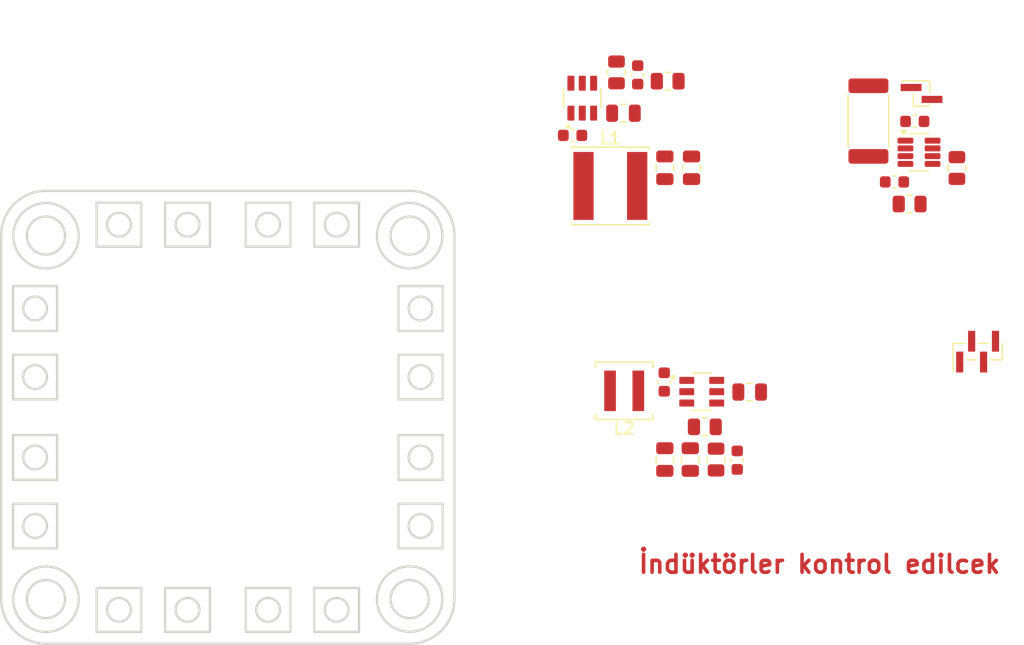
<source format=kicad_pcb>
(kicad_pcb (version 20240108) (generator "pcbnew") (generator_version "8.0")
  (layers (0 "F.Cu" signal) (31 "B.Cu" signal) (34 "B.Paste" user) (35 "F.Paste" user) (36 "B.SilkS" user "B.Silkscreen") (37 "F.SilkS" user "F.Silkscreen") (38 "B.Mask" user) (39 "F.Mask" user) (44 "Edge.Cuts" user))
  (net 0 "")
  (net 1 "GND")
  (net 2 "Net-(U1-VS)")
  (net 3 "3V3")
  (net 4 "7V")
  (net 5 "V_IN")
  (net 6 "Net-(U2-BOOT)")
  (net 7 "Net-(U2-SW)")
  (net 8 "Net-(U3-VBST)")
  (net 9 "Net-(U3-SW)")
  (net 10 "FB")
  (net 11 "+5V")
  (net 12 "I2C_SDA")
  (net 13 "I2C_SCL")
  (net 14 "Net-(U3-VFB)")
  (footprint "Capacitor_SMD:C_0805_2012Metric" (layer "F.Cu") (at 181.671 80.2386)
    (property "Reference" "C4" (hide yes))
    (property "Value" "22uF")
    (fp_line (start -0.261252 -0.735) (end 0.261252 -0.735) (stroke (width 0.12)) (layer "F.SilkS"))
    (fp_line (start -0.261252 0.735) (end 0.261252 0.735) (stroke (width 0.12)) (layer "F.SilkS"))
    (pad "1" smd roundrect (at -0.95 0) (size 1 1.45) (layers "F.Cu" "F.Paste" "F.Mask") (net 5 "V_IN"))
    (pad "2" smd roundrect (at 0.95 0) (size 1 1.45) (layers "F.Cu" "F.Paste" "F.Mask") (net 1 "GND"))
  )
  (footprint "Connector_PinHeader_1.00mm:PinHeader_1x02_P1.00mm_Vertical_SMD_Pin1Left" (layer "F.Cu") (at 206.6658 78.5796)
    (property "Reference" "J1" (hide yes))
    (property "Value" "Conn_01x02_Pin")
    (fp_line (start -0.695 -1.06) (end -1.69 -1.06) (stroke (width 0.12)) (layer "F.SilkS"))
    (fp_line (start -0.695 -1.06) (end -0.695 -1.06) (stroke (width 0.12)) (layer "F.SilkS"))
    (fp_line (start -0.695 -1.06) (end 0.695 -1.06) (stroke (width 0.12)) (layer "F.SilkS"))
    (fp_line (start -0.695 0.06) (end -0.695 1.06) (stroke (width 0.12)) (layer "F.SilkS"))
    (fp_line (start -0.695 1.06) (end 0.695 1.06) (stroke (width 0.12)) (layer "F.SilkS"))
    (fp_line (start 0.695 -1.06) (end 0.695 -0.06) (stroke (width 0.12)) (layer "F.SilkS"))
    (fp_line (start 0.695 1.06) (end 0.695 1.06) (stroke (width 0.12)) (layer "F.SilkS"))
    (pad "1" smd rect (at -0.875 -0.5) (size 1.75 0.6) (layers "F.Cu" "F.Paste" "F.Mask") (net 5 "V_IN"))
    (pad "2" smd rect (at 0.875 0.5) (size 1.75 0.6) (layers "F.Cu" "F.Paste" "F.Mask") (net 1 "GND"))
  )
  (footprint "Capacitor_SMD:C_0805_2012Metric" (layer "F.Cu") (at 187.3782 84.8167 90)
    (property "Reference" "C10" (hide yes))
    (property "Value" "47uF")
    (fp_line (start -0.261252 -0.735) (end 0.261252 -0.735) (stroke (width 0.12)) (layer "F.SilkS"))
    (fp_line (start -0.261252 0.735) (end 0.261252 0.735) (stroke (width 0.12)) (layer "F.SilkS"))
    (pad "1" smd roundrect (at -0.95 0 90) (size 1 1.45) (layers "F.Cu" "F.Paste" "F.Mask") (net 1 "GND"))
    (pad "2" smd roundrect (at 0.95 0 90) (size 1 1.45) (layers "F.Cu" "F.Paste" "F.Mask") (net 4 "7V"))
  )
  (footprint "Resistor_SMD:R_0805_2012Metric" (layer "F.Cu") (at 189.4332 109.2962 -90)
    (property "Reference" "R7" (hide yes))
    (property "Value" "10k")
    (fp_line (start -0.227064 0.735) (end 0.227064 0.735) (stroke (width 0.12)) (layer "F.SilkS"))
    (fp_line (start -0.227064 -0.735) (end 0.227064 -0.735) (stroke (width 0.12)) (layer "F.SilkS"))
    (pad "1" smd roundrect (at -0.9125 0 270) (size 1.025 1.4) (layers "F.Cu" "F.Paste" "F.Mask") (roundrect_rratio 0.243902) (net 14 "Net-(U3-VFB)"))
    (pad "2" smd roundrect (at 0.9125 0 270) (size 1.025 1.4) (layers "F.Cu" "F.Paste" "F.Mask") (roundrect_rratio 0.243902) (net 1 "GND"))
  )
  (footprint "Capacitor_SMD:C_0603_1608Metric" (layer "F.Cu") (at 206.0956 80.9244)
    (property "Reference" "C1" (hide yes))
    (property "Value" "0.1uF")
    (fp_line (start -0.14058 -0.51) (end 0.14058 -0.51) (stroke (width 0.12)) (layer "F.SilkS"))
    (fp_line (start -0.14058 0.51) (end 0.14058 0.51) (stroke (width 0.12)) (layer "F.SilkS"))
    (pad "1" smd roundrect (at -0.775 0) (size 0.9 0.95) (layers "F.Cu" "F.Paste" "F.Mask") (net 5 "V_IN"))
    (pad "2" smd roundrect (at 0.775 0) (size 0.9 0.95) (layers "F.Cu" "F.Paste" "F.Mask") (net 1 "GND"))
  )
  (footprint "Resistor_SMD:R_0805_2012Metric" (layer "F.Cu") (at 185.3794 77.5523 180)
    (property "Reference" "R8" (hide yes))
    (property "Value" "100k")
    (fp_line (start -0.227064 0.735) (end 0.227064 0.735) (stroke (width 0.12)) (layer "F.SilkS"))
    (fp_line (start -0.227064 -0.735) (end 0.227064 -0.735) (stroke (width 0.12)) (layer "F.SilkS"))
    (pad "1" smd roundrect (at -0.9125 0 180) (size 1.025 1.4) (layers "F.Cu" "F.Paste" "F.Mask") (roundrect_rratio 0.243902) (net 4 "7V"))
    (pad "2" smd roundrect (at 0.9125 0 180) (size 1.025 1.4) (layers "F.Cu" "F.Paste" "F.Mask") (roundrect_rratio 0.243902) (net 10 "FB"))
  )
  (footprint "Inductor_SMD:L_Coilcraft_XAL4020-XXX" (layer "F.Cu") (at 181.731 103.5304 180)
    (property "Reference" "L2" (at 0 -3.15 180) (layer "F.SilkS"))
    (property "Value" "1.5uH")
    (fp_line (start 2.41 2.41) (end 2.41 1.96) (stroke (width 0.12)) (layer "F.SilkS"))
    (fp_line (start 2.41 -2.41) (end 2.41 -1.96) (stroke (width 0.12)) (layer "F.SilkS"))
    (fp_line (start -2.41 2.41) (end 2.41 2.41) (stroke (width 0.12)) (layer "F.SilkS"))
    (fp_line (start -2.41 2.41) (end -2.41 1.96) (stroke (width 0.12)) (layer "F.SilkS"))
    (fp_line (start -2.41 -2.41) (end 2.41 -2.41) (stroke (width 0.12)) (layer "F.SilkS"))
    (fp_line (start -2.41 -2.41) (end -2.41 -1.96) (stroke (width 0.12)) (layer "F.SilkS"))
    (pad "1" smd rect (at -1.185 0 180) (size 0.98 3.4) (layers "F.Cu" "F.Paste" "F.Mask") (net 9 "Net-(U3-SW)"))
    (pad "2" smd rect (at 1.185 0 180) (size 0.98 3.4) (layers "F.Cu" "F.Paste" "F.Mask") (net 11 "+5V"))
  )
  (footprint "Capacitor_SMD:C_0805_2012Metric" (layer "F.Cu") (at 187.2742 109.2962 90)
    (property "Reference" "C12" (hide yes))
    (property "Value" "22uF")
    (fp_line (start -0.261252 -0.735) (end 0.261252 -0.735) (stroke (width 0.12)) (layer "F.SilkS"))
    (fp_line (start -0.261252 0.735) (end 0.261252 0.735) (stroke (width 0.12)) (layer "F.SilkS"))
    (pad "1" smd roundrect (at -0.95 0 90) (size 1 1.45) (layers "F.Cu" "F.Paste" "F.Mask") (net 1 "GND"))
    (pad "2" smd roundrect (at 0.95 0 90) (size 1 1.45) (layers "F.Cu" "F.Paste" "F.Mask") (net 11 "+5V"))
  )
  (footprint "Capacitor_SMD:C_0805_2012Metric" (layer "F.Cu") (at 185.1406 109.2962 90)
    (property "Reference" "C9" (hide yes))
    (property "Value" "22uF")
    (fp_line (start -0.261252 -0.735) (end 0.261252 -0.735) (stroke (width 0.12)) (layer "F.SilkS"))
    (fp_line (start -0.261252 0.735) (end 0.261252 0.735) (stroke (width 0.12)) (layer "F.SilkS"))
    (pad "1" smd roundrect (at -0.95 0 90) (size 1 1.45) (layers "F.Cu" "F.Paste" "F.Mask") (net 1 "GND"))
    (pad "2" smd roundrect (at 0.95 0 90) (size 1 1.45) (layers "F.Cu" "F.Paste" "F.Mask") (net 11 "+5V"))
  )
  (footprint "Capacitor_SMD:C_0603_1608Metric" (layer "F.Cu") (at 204.3938 86.0044)
    (property "Reference" "C2" (hide yes))
    (property "Value" "0.1 uF")
    (fp_line (start -0.14058 -0.51) (end 0.14058 -0.51) (stroke (width 0.12)) (layer "F.SilkS"))
    (fp_line (start -0.14058 0.51) (end 0.14058 0.51) (stroke (width 0.12)) (layer "F.SilkS"))
    (pad "1" smd roundrect (at -0.775 0) (size 0.9 0.95) (layers "F.Cu" "F.Paste" "F.Mask") (net 3 "3V3"))
    (pad "2" smd roundrect (at 0.775 0) (size 0.9 0.95) (layers "F.Cu" "F.Paste" "F.Mask") (net 2 "Net-(U1-VS)"))
  )
  (footprint "TPS563240DDCR:SOT95P280X110-6N" (layer "F.Cu") (at 188.2333 103.6066)
    (property "Reference" "U3" (hide yes))
    (property "Value" "TPS563240DDCR")
    (fp_line (start -0.8 -1.565) (end 0.8 -1.565) (stroke (width 0.127)) (layer "F.SilkS"))
    (fp_line (start -0.8 1.565) (end 0.8 1.565) (stroke (width 0.127)) (layer "F.SilkS"))
    (fp_circle (center -2.4 -1.2) (end -2.3 -1.2) (stroke (width 0.2)) (fill none) (layer "F.SilkS"))
    (pad "1" smd roundrect (at -1.255 -0.95) (size 1.25 0.59) (layers "F.Cu" "F.Paste" "F.Mask") (roundrect_rratio 0.125) (net 1 "GND"))
    (pad "2" smd roundrect (at -1.255 0) (size 1.25 0.59) (layers "F.Cu" "F.Paste" "F.Mask") (roundrect_rratio 0.125) (net 9 "Net-(U3-SW)"))
    (pad "3" smd roundrect (at -1.255 0.95) (size 1.25 0.59) (layers "F.Cu" "F.Paste" "F.Mask") (roundrect_rratio 0.125) (net 4 "7V"))
    (pad "4" smd roundrect (at 1.255 0.95) (size 1.25 0.59) (layers "F.Cu" "F.Paste" "F.Mask") (roundrect_rratio 0.125) (net 14 "Net-(U3-VFB)"))
    (pad "5" smd roundrect (at 1.255 0) (size 1.25 0.59) (layers "F.Cu" "F.Paste" "F.Mask") (roundrect_rratio 0.125) (net 4 "7V"))
    (pad "6" smd roundrect (at 1.255 -0.95) (size 1.25 0.59) (layers "F.Cu" "F.Paste" "F.Mask") (roundrect_rratio 0.125) (net 8 "Net-(U3-VBST)"))
  )
  (footprint "Resistor_SMD:R_0805_2012Metric" (layer "F.Cu") (at 205.6638 87.8586)
    (property "Reference" "R5" (hide yes))
    (property "Value" "3.3K")
    (fp_line (start -0.227064 -0.735) (end 0.227064 -0.735) (stroke (width 0.12)) (layer "F.SilkS"))
    (fp_line (start -0.227064 0.735) (end 0.227064 0.735) (stroke (width 0.12)) (layer "F.SilkS"))
    (pad "1" smd roundrect (at -0.9125 0) (size 1.025 1.4) (layers "F.Cu" "F.Paste" "F.Mask") (roundrect_rratio 0.243902) (net 3 "3V3"))
    (pad "2" smd roundrect (at 0.9125 0) (size 1.025 1.4) (layers "F.Cu" "F.Paste" "F.Mask") (roundrect_rratio 0.243902) (net 13 "I2C_SCL"))
  )
  (footprint "Resistor_SMD:R_2512_6332Metric" (layer "F.Cu") (at 202.2094 80.899 -90)
    (property "Reference" "R1" (hide yes))
    (property "Value" "2m")
    (fp_line (start -2.177064 1.71) (end 2.177064 1.71) (stroke (width 0.12)) (layer "F.SilkS"))
    (fp_line (start -2.177064 -1.71) (end 2.177064 -1.71) (stroke (width 0.12)) (layer "F.SilkS"))
    (pad "1" smd roundrect (at -2.9625 0 270) (size 1.225 3.35) (layers "F.Cu" "F.Paste" "F.Mask") (roundrect_rratio 0.204082) (net 5 "V_IN"))
    (pad "2" smd roundrect (at 2.9625 0 270) (size 1.225 3.35) (layers "F.Cu" "F.Paste" "F.Mask") (roundrect_rratio 0.204082) (net 1 "GND"))
  )
  (footprint "Inductor_SMD:L_Sunlord_SWPA6045S" (layer "F.Cu") (at 180.571 86.3407)
    (property "Reference" "L1" (at 0 -4 0) (layer "F.SilkS"))
    (property "Value" "12uH")
    (fp_line (start -3.26 -3.26) (end -3.26 -3.11) (stroke (width 0.12)) (layer "F.SilkS"))
    (fp_line (start -3.26 -3.26) (end 3.26 -3.26) (stroke (width 0.12)) (layer "F.SilkS"))
    (fp_line (start -3.26 3.26) (end -3.26 3.11) (stroke (width 0.12)) (layer "F.SilkS"))
    (fp_line (start -3.26 3.26) (end 3.26 3.26) (stroke (width 0.12)) (layer "F.SilkS"))
    (fp_line (start 3.26 -3.26) (end 3.26 -3.11) (stroke (width 0.12)) (layer "F.SilkS"))
    (fp_line (start 3.26 3.26) (end 3.26 3.11) (stroke (width 0.12)) (layer "F.SilkS"))
    (pad "1" smd rect (at -2.25 0) (size 1.7 5.7) (layers "F.Cu" "F.Paste" "F.Mask") (net 7 "Net-(U2-SW)"))
    (pad "2" smd rect (at 2.25 0) (size 1.7 5.7) (layers "F.Cu" "F.Paste" "F.Mask") (net 4 "7V"))
  )
  (footprint "Resistor_SMD:R_0805_2012Metric" (layer "F.Cu") (at 209.6262 84.836 90)
    (property "Reference" "R4" (hide yes))
    (property "Value" "3.3K")
    (fp_line (start -0.227064 -0.735) (end 0.227064 -0.735) (stroke (width 0.12)) (layer "F.SilkS"))
    (fp_line (start -0.227064 0.735) (end 0.227064 0.735) (stroke (width 0.12)) (layer "F.SilkS"))
    (pad "1" smd roundrect (at -0.9125 0 90) (size 1.025 1.4) (layers "F.Cu" "F.Paste" "F.Mask") (roundrect_rratio 0.243902) (net 3 "3V3"))
    (pad "2" smd roundrect (at 0.9125 0 90) (size 1.025 1.4) (layers "F.Cu" "F.Paste" "F.Mask") (roundrect_rratio 0.243902) (net 12 "I2C_SDA"))
  )
  (footprint "Connector_PinHeader_1.00mm:PinHeader_1x04_P1.00mm_Vertical_SMD_Pin1Left" (layer "F.Cu") (at 211.3614 100.2424 90)
    (property "Reference" "J2" (hide yes))
    (property "Value" "Conn_01x04_Pin")
    (fp_line (start 0.695 -2.06) (end 0.695 -1.06) (stroke (width 0.12)) (layer "F.SilkS"))
    (fp_line (start -0.695 -2.06) (end 0.695 -2.06) (stroke (width 0.12)) (layer "F.SilkS"))
    (fp_line (start -0.695 -2.06) (end -0.695 -2.06) (stroke (width 0.12)) (layer "F.SilkS"))
    (fp_line (start -0.695 -2.06) (end -1.69 -2.06) (stroke (width 0.12)) (layer "F.SilkS"))
    (fp_line (start -0.695 -0.94) (end -0.695 -0.06) (stroke (width 0.12)) (layer "F.SilkS"))
    (fp_line (start 0.695 0.06) (end 0.695 0.94) (stroke (width 0.12)) (layer "F.SilkS"))
    (fp_line (start -0.695 1.06) (end -0.695 2.06) (stroke (width 0.12)) (layer "F.SilkS"))
    (fp_line (start 0.695 2.06) (end 0.695 2.06) (stroke (width 0.12)) (layer "F.SilkS"))
    (fp_line (start -0.695 2.06) (end 0.695 2.06) (stroke (width 0.12)) (layer "F.SilkS"))
    (pad "1" smd rect (at -0.875 -1.5 90) (size 1.75 0.6) (layers "F.Cu" "F.Paste" "F.Mask") (net 11 "+5V"))
    (pad "2" smd rect (at 0.875 -0.5 90) (size 1.75 0.6) (layers "F.Cu" "F.Paste" "F.Mask") (net 12 "I2C_SDA"))
    (pad "3" smd rect (at -0.875 0.5 90) (size 1.75 0.6) (layers "F.Cu" "F.Paste" "F.Mask") (net 13 "I2C_SCL"))
    (pad "4" smd rect (at 0.875 1.5 90) (size 1.75 0.6) (layers "F.Cu" "F.Paste" "F.Mask") (net 1 "GND"))
  )
  (footprint "Capacitor_SMD:C_0603_1608Metric" (layer "F.Cu") (at 185.0898 102.7938 -90)
    (property "Reference" "C7" (hide yes))
    (property "Value" "100nF")
    (fp_line (start -0.14058 0.51) (end 0.14058 0.51) (stroke (width 0.12)) (layer "F.SilkS"))
    (fp_line (start -0.14058 -0.51) (end 0.14058 -0.51) (stroke (width 0.12)) (layer "F.SilkS"))
    (pad "1" smd roundrect (at -0.775 0 270) (size 0.9 0.95) (layers "F.Cu" "F.Paste" "F.Mask") (net 8 "Net-(U3-VBST)"))
    (pad "2" smd roundrect (at 0.775 0 270) (size 0.9 0.95) (layers "F.Cu" "F.Paste" "F.Mask") (net 9 "Net-(U3-SW)"))
  )
  (footprint "Package_TO_SOT_SMD:SOT-23-8" (layer "F.Cu") (at 206.4512 83.5152)
    (property "Reference" "U1" (hide yes))
    (property "Value" "INA219BxDCN")
    (fp_line (start 0 -1.56) (end -0.8 -1.56) (stroke (width 0.12)) (layer "F.SilkS"))
    (fp_line (start 0 -1.56) (end 0.8 -1.56) (stroke (width 0.12)) (layer "F.SilkS"))
    (fp_line (start 0 1.56) (end -0.8 1.56) (stroke (width 0.12)) (layer "F.SilkS"))
    (fp_line (start 0 1.56) (end 0.8 1.56) (stroke (width 0.12)) (layer "F.SilkS"))
    (fp_poly (pts (xy -1.3 -1.485) (xy -1.54 -1.815) (xy -1.06 -1.815) (xy -1.3 -1.485)) (stroke (width 0.12)) (fill solid) (layer "F.SilkS"))
    (pad "1" smd roundrect (at -1.1375 -0.975) (size 1.325 0.5) (layers "F.Cu" "F.Paste" "F.Mask") (net 5 "V_IN"))
    (pad "2" smd roundrect (at -1.1375 -0.325) (size 1.325 0.5) (layers "F.Cu" "F.Paste" "F.Mask") (net 1 "GND"))
    (pad "3" smd roundrect (at -1.1375 0.325) (size 1.325 0.5) (layers "F.Cu" "F.Paste" "F.Mask") (net 1 "GND"))
    (pad "4" smd roundrect (at -1.1375 0.975) (size 1.325 0.5) (layers "F.Cu" "F.Paste" "F.Mask") (net 2 "Net-(U1-VS)"))
    (pad "5" smd roundrect (at 1.1375 0.975) (size 1.325 0.5) (layers "F.Cu" "F.Paste" "F.Mask") (net 13 "I2C_SCL"))
    (pad "6" smd roundrect (at 1.1375 0.325) (size 1.325 0.5) (layers "F.Cu" "F.Paste" "F.Mask") (net 12 "I2C_SDA"))
    (pad "7" smd roundrect (at 1.1375 -0.325) (size 1.325 0.5) (layers "F.Cu" "F.Paste" "F.Mask") (net 1 "GND"))
    (pad "8" smd roundrect (at 1.1375 -0.975) (size 1.325 0.5) (layers "F.Cu" "F.Paste" "F.Mask") (net 1 "GND"))
  )
  (footprint "Capacitor_SMD:C_0603_1608Metric" (layer "F.Cu") (at 191.2112 109.347 -90)
    (property "Reference" "C5" (hide yes))
    (property "Value" "100nF")
    (fp_line (start -0.14058 0.51) (end 0.14058 0.51) (stroke (width 0.12)) (layer "F.SilkS"))
    (fp_line (start -0.14058 -0.51) (end 0.14058 -0.51) (stroke (width 0.12)) (layer "F.SilkS"))
    (pad "1" smd roundrect (at -0.775 0 270) (size 0.9 0.95) (layers "F.Cu" "F.Paste" "F.Mask") (net 4 "7V"))
    (pad "2" smd roundrect (at 0.775 0 270) (size 0.9 0.95) (layers "F.Cu" "F.Paste" "F.Mask") (net 1 "GND"))
  )
  (footprint "Resistor_SMD:R_0805_2012Metric" (layer "F.Cu") (at 181.0868 76.8157 90)
    (property "Reference" "R9" (hide yes))
    (property "Value" "9.3k")
    (fp_line (start -0.227064 -0.735) (end 0.227064 -0.735) (stroke (width 0.12)) (layer "F.SilkS"))
    (fp_line (start -0.227064 0.735) (end 0.227064 0.735) (stroke (width 0.12)) (layer "F.SilkS"))
    (pad "1" smd roundrect (at -0.9125 0 90) (size 1.025 1.4) (layers "F.Cu" "F.Paste" "F.Mask") (roundrect_rratio 0.243902) (net 10 "FB"))
    (pad "2" smd roundrect (at 0.9125 0 90) (size 1.025 1.4) (layers "F.Cu" "F.Paste" "F.Mask") (roundrect_rratio 0.243902) (net 1 "GND"))
  )
  (footprint "Capacitor_SMD:C_0805_2012Metric" (layer "F.Cu") (at 192.2526 103.632)
    (property "Reference" "C3" (hide yes))
    (property "Value" "10uF")
    (fp_line (start -0.261252 -0.735) (end 0.261252 -0.735) (stroke (width 0.12)) (layer "F.SilkS"))
    (fp_line (start -0.261252 0.735) (end 0.261252 0.735) (stroke (width 0.12)) (layer "F.SilkS"))
    (pad "1" smd roundrect (at -0.95 0) (size 1 1.45) (layers "F.Cu" "F.Paste" "F.Mask") (net 4 "7V"))
    (pad "2" smd roundrect (at 0.95 0) (size 1 1.45) (layers "F.Cu" "F.Paste" "F.Mask") (net 1 "GND"))
  )
  (footprint "Capacitor_SMD:C_0603_1608Metric" (layer "F.Cu") (at 182.8648 77.0189 90)
    (property "Reference" "C8" (hide yes))
    (property "Value" "47pF")
    (fp_line (start -0.14058 -0.51) (end 0.14058 -0.51) (stroke (width 0.12)) (layer "F.SilkS"))
    (fp_line (start -0.14058 0.51) (end 0.14058 0.51) (stroke (width 0.12)) (layer "F.SilkS"))
    (pad "1" smd roundrect (at -0.775 0 90) (size 0.9 0.95) (layers "F.Cu" "F.Paste" "F.Mask") (net 10 "FB"))
    (pad "2" smd roundrect (at 0.775 0 90) (size 0.9 0.95) (layers "F.Cu" "F.Paste" "F.Mask") (net 4 "7V"))
  )
  (footprint "Resistor_SMD:R_0805_2012Metric" (layer "F.Cu") (at 188.4934 106.553)
    (property "Reference" "R6" (hide yes))
    (property "Value" "73.2k")
    (fp_line (start -0.227064 -0.735) (end 0.227064 -0.735) (stroke (width 0.12)) (layer "F.SilkS"))
    (fp_line (start -0.227064 0.735) (end 0.227064 0.735) (stroke (width 0.12)) (layer "F.SilkS"))
    (pad "1" smd roundrect (at -0.9125 0) (size 1.025 1.4) (layers "F.Cu" "F.Paste" "F.Mask") (roundrect_rratio 0.243902) (net 11 "+5V"))
    (pad "2" smd roundrect (at 0.9125 0) (size 1.025 1.4) (layers "F.Cu" "F.Paste" "F.Mask") (roundrect_rratio 0.243902) (net 14 "Net-(U3-VFB)"))
  )
  (footprint "TPS54302DDCR:SOT95P280X110-6N" (layer "F.Cu") (at 178.2166 78.9747 90)
    (property "Reference" "U2" (hide yes))
    (property "Value" "TPS54302DDCR")
    (fp_line (start -0.8 -1.565) (end 0.8 -1.565) (stroke (width 0.127)) (layer "F.SilkS"))
    (fp_line (start -0.8 1.565) (end 0.8 1.565) (stroke (width 0.127)) (layer "F.SilkS"))
    (fp_circle (center -2.4 -1.2) (end -2.3 -1.2) (stroke (width 0.2)) (fill none) (layer "F.SilkS"))
    (pad "1" smd roundrect (at -1.255 -0.95 90) (size 1.25 0.59) (layers "F.Cu" "F.Paste" "F.Mask") (roundrect_rratio 0.125) (net 1 "GND"))
    (pad "2" smd roundrect (at -1.255 0 90) (size 1.25 0.59) (layers "F.Cu" "F.Paste" "F.Mask") (roundrect_rratio 0.125) (net 7 "Net-(U2-SW)"))
    (pad "3" smd roundrect (at -1.255 0.95 90) (size 1.25 0.59) (layers "F.Cu" "F.Paste" "F.Mask") (roundrect_rratio 0.125) (net 5 "V_IN"))
    (pad "4" smd roundrect (at 1.255 0.95 90) (size 1.25 0.59) (layers "F.Cu" "F.Paste" "F.Mask") (roundrect_rratio 0.125) (net 10 "FB"))
    (pad "5" smd roundrect (at 1.255 0 90) (size 1.25 0.59) (layers "F.Cu" "F.Paste" "F.Mask") (roundrect_rratio 0.125))
    (pad "6" smd roundrect (at 1.255 -0.95 90) (size 1.25 0.59) (layers "F.Cu" "F.Paste" "F.Mask") (roundrect_rratio 0.125) (net 6 "Net-(U2-BOOT)"))
  )
  (footprint "Capacitor_SMD:C_0805_2012Metric" (layer "F.Cu") (at 185.143 84.8167 90)
    (property "Reference" "C11" (hide yes))
    (property "Value" "47uF")
    (fp_line (start -0.261252 -0.735) (end 0.261252 -0.735) (stroke (width 0.12)) (layer "F.SilkS"))
    (fp_line (start -0.261252 0.735) (end 0.261252 0.735) (stroke (width 0.12)) (layer "F.SilkS"))
    (pad "1" smd roundrect (at -0.95 0 90) (size 1 1.45) (layers "F.Cu" "F.Paste" "F.Mask") (net 1 "GND"))
    (pad "2" smd roundrect (at 0.95 0 90) (size 1 1.45) (layers "F.Cu" "F.Paste" "F.Mask") (net 4 "7V"))
  )
  (footprint "Capacitor_SMD:C_0603_1608Metric" (layer "F.Cu") (at 177.4038 82.0989)
    (property "Reference" "C6" (hide yes))
    (property "Value" "100nF")
    (fp_line (start -0.14058 -0.51) (end 0.14058 -0.51) (stroke (width 0.12)) (layer "F.SilkS"))
    (fp_line (start -0.14058 0.51) (end 0.14058 0.51) (stroke (width 0.12)) (layer "F.SilkS"))
    (pad "1" smd roundrect (at -0.775 0) (size 0.9 0.95) (layers "F.Cu" "F.Paste" "F.Mask") (net 6 "Net-(U2-BOOT)"))
    (pad "2" smd roundrect (at 0.775 0) (size 0.9 0.95) (layers "F.Cu" "F.Paste" "F.Mask") (net 7 "Net-(U2-SW)"))
  )
  (gr_line (start 143.25 91.438749) (end 143.25 87.744302) (stroke (width 0.2)) (layer "Edge.Cuts"))
  (gr_line (start 137.5 87.744302) (end 141.25 87.744302) (stroke (width 0.2)) (layer "Edge.Cuts"))
  (gr_circle (center 157.625 121.908471) (end 158.625 121.908471) (stroke (width 0.2)) (fill none) (layer "Edge.Cuts"))
  (gr_line (start 143.25 120.061247) (end 143.25 123.755694) (stroke (width 0.2)) (layer "Edge.Cuts"))
  (gr_line (start 153.75 87.744302) (end 150 87.744302) (stroke (width 0.2)) (layer "Edge.Cuts"))
  (gr_line (start 134.18875 116.749998) (end 130.494303 116.749998) (stroke (width 0.2)) (layer "Edge.Cuts"))
  (gr_line (start 162.811249 110.999998) (end 166.505696 110.999998) (stroke (width 0.2)) (layer "Edge.Cuts"))
  (gr_circle (center 132.341527 114.874998) (end 133.341527 114.874998) (stroke (width 0.2)) (fill none) (layer "Edge.Cuts"))
  (gr_line (start 147 120.061247) (end 143.25 120.061247) (stroke (width 0.2)) (layer "Edge.Cuts"))
  (gr_line (start 159.5 120.061247) (end 159.5 123.755694) (stroke (width 0.2)) (layer "Edge.Cuts"))
  (gr_line (start 166.505696 112.999998) (end 162.811249 112.999998) (stroke (width 0.2)) (layer "Edge.Cuts"))
  (gr_circle (center 132.341527 109.124998) (end 133.341527 109.124998) (stroke (width 0.2)) (fill none) (layer "Edge.Cuts"))
  (gr_line (start 166.505696 94.749998) (end 166.505696 98.499998) (stroke (width 0.2)) (layer "Edge.Cuts"))
  (gr_line (start 130.494303 116.749998) (end 130.494303 112.999998) (stroke (width 0.2)) (layer "Edge.Cuts"))
  (gr_line (start 162.811249 107.249998) (end 162.811249 110.999998) (stroke (width 0.2)) (layer "Edge.Cuts"))
  (gr_line (start 147 123.755694) (end 147 120.061247) (stroke (width 0.2)) (layer "Edge.Cuts"))
  (gr_line (start 141.25 87.744302) (end 141.25 91.438749) (stroke (width 0.2)) (layer "Edge.Cuts"))
  (gr_line (start 150 123.755694) (end 150 120.061247) (stroke (width 0.2)) (layer "Edge.Cuts"))
  (gr_line (start 153.75 91.438749) (end 153.75 87.744302) (stroke (width 0.2)) (layer "Edge.Cuts"))
  (gr_line (start 130.494303 98.499998) (end 134.18875 98.499998) (stroke (width 0.2)) (layer "Edge.Cuts"))
  (gr_line (start 137.5 91.438749) (end 137.5 87.744302) (stroke (width 0.2)) (layer "Edge.Cuts"))
  (gr_circle (center 139.375 89.591526) (end 140.375 89.591526) (stroke (width 0.2)) (fill none) (layer "Edge.Cuts"))
  (gr_line (start 129.5 121) (end 129.5 90.5) (stroke (width 0.2)) (layer "Edge.Cuts"))
  (gr_line (start 134.18875 107.249998) (end 134.18875 110.999998) (stroke (width 0.2)) (layer "Edge.Cuts"))
  (gr_circle (center 139.375 121.908471) (end 140.375 121.908471) (stroke (width 0.2)) (fill none) (layer "Edge.Cuts"))
  (gr_circle (center 133.255696 90.505694) (end 134.855696 90.505694) (stroke (width 0.2)) (fill none) (layer "Edge.Cuts"))
  (gr_line (start 163.75 124.749998) (end 133.249995 124.749998) (stroke (width 0.2)) (layer "Edge.Cuts"))
  (gr_line (start 134.18875 104.249998) (end 134.18875 100.499998) (stroke (width 0.2)) (layer "Edge.Cuts"))
  (gr_line (start 155.75 87.744302) (end 155.75 91.438749) (stroke (width 0.2)) (layer "Edge.Cuts"))
  (gr_line (start 137.5 120.061247) (end 137.5 123.755694) (stroke (width 0.2)) (layer "Edge.Cuts"))
  (gr_line (start 162.811249 100.499998) (end 166.505696 100.499998) (stroke (width 0.2)) (layer "Edge.Cuts"))
  (gr_circle (center 145.125 121.908471) (end 146.125 121.908471) (stroke (width 0.2)) (fill none) (layer "Edge.Cuts"))
  (gr_line (start 130.494303 112.999998) (end 134.18875 112.999998) (stroke (width 0.2)) (layer "Edge.Cuts"))
  (gr_line (start 166.505696 116.749998) (end 166.505696 112.999998) (stroke (width 0.2)) (layer "Edge.Cuts"))
  (gr_line (start 155.75 120.061247) (end 159.5 120.061247) (stroke (width 0.2)) (layer "Edge.Cuts"))
  (gr_line (start 150 87.744302) (end 150 91.438749) (stroke (width 0.2)) (layer "Edge.Cuts"))
  (gr_circle (center 132.341527 96.624998) (end 133.341527 96.624998) (stroke (width 0.2)) (fill none) (layer "Edge.Cuts"))
  (gr_line (start 162.811249 98.499998) (end 162.811249 94.749998) (stroke (width 0.2)) (layer "Edge.Cuts"))
  (gr_line (start 167.5 90.510244) (end 167.5 120.999998) (stroke (width 0.2)) (layer "Edge.Cuts"))
  (gr_line (start 166.505696 107.249998) (end 162.811249 107.249998) (stroke (width 0.2)) (layer "Edge.Cuts"))
  (gr_arc (start 133.249995 124.749998) (mid 130.598348 123.651648) (end 129.5 121) (stroke (width 0.2)) (layer "Edge.Cuts"))
  (gr_line (start 134.18875 112.999998) (end 134.18875 116.749998) (stroke (width 0.2)) (layer "Edge.Cuts"))
  (gr_line (start 153.75 120.061247) (end 153.75 123.755694) (stroke (width 0.2)) (layer "Edge.Cuts"))
  (gr_line (start 153.75 123.755694) (end 150 123.755694) (stroke (width 0.2)) (layer "Edge.Cuts"))
  (gr_line (start 141.25 123.755694) (end 141.25 120.061247) (stroke (width 0.2)) (layer "Edge.Cuts"))
  (gr_line (start 130.494303 100.499998) (end 130.494303 104.249998) (stroke (width 0.2)) (layer "Edge.Cuts"))
  (gr_line (start 130.494303 107.249998) (end 134.18875 107.249998) (stroke (width 0.2)) (layer "Edge.Cuts"))
  (gr_line (start 133.250002 86.749998) (end 163.750015 86.749998) (stroke (width 0.2)) (layer "Edge.Cuts"))
  (gr_line (start 137.5 123.755694) (end 141.25 123.755694) (stroke (width 0.2)) (layer "Edge.Cuts"))
  (gr_arc (start 163.750015 86.749998) (mid 166.405285 87.851973) (end 167.5 90.510244) (stroke (width 0.2)) (layer "Edge.Cuts"))
  (gr_line (start 143.25 123.755694) (end 147 123.755694) (stroke (width 0.2)) (layer "Edge.Cuts"))
  (gr_line (start 166.505696 100.499998) (end 166.505696 104.249998) (stroke (width 0.2)) (layer "Edge.Cuts"))
  (gr_circle (center 133.255696 121.005694) (end 134.855696 121.005694) (stroke (width 0.2)) (fill none) (layer "Edge.Cuts"))
  (gr_circle (center 164.658472 96.624998) (end 165.658472 96.624998) (stroke (width 0.2)) (fill none) (layer "Edge.Cuts"))
  (gr_line (start 155.75 123.755694) (end 155.75 120.061247) (stroke (width 0.2)) (layer "Edge.Cuts"))
  (gr_arc (start 129.5 90.5) (mid 130.59835 87.848348) (end 133.250002 86.749998) (stroke (width 0.2)) (layer "Edge.Cuts"))
  (gr_circle (center 163.744303 121.005694) (end 165.344303 121.005694) (stroke (width 0.2)) (fill none) (layer "Edge.Cuts"))
  (gr_line (start 166.505696 110.999998) (end 166.505696 107.249998) (stroke (width 0.2)) (layer "Edge.Cuts"))
  (gr_line (start 134.18875 98.499998) (end 134.18875 94.749998) (stroke (width 0.2)) (layer "Edge.Cuts"))
  (gr_circle (center 163.744303 90.505694) (end 165.344303 90.505694) (stroke (width 0.2)) (fill none) (layer "Edge.Cuts"))
  (gr_circle (center 132.341527 102.374998) (end 133.341527 102.374998) (stroke (width 0.2)) (fill none) (layer "Edge.Cuts"))
  (gr_line (start 134.18875 110.999998) (end 130.494303 110.999998) (stroke (width 0.2)) (layer "Edge.Cuts"))
  (gr_line (start 134.18875 100.499998) (end 130.494303 100.499998) (stroke (width 0.2)) (layer "Edge.Cuts"))
  (gr_circle (center 164.658472 114.874998) (end 165.658472 114.874998) (stroke (width 0.2)) (fill none) (layer "Edge.Cuts"))
  (gr_circle (center 151.875 121.908471) (end 152.875 121.908471) (stroke (width 0.2)) (fill none) (layer "Edge.Cuts"))
  (gr_circle (center 145.125 89.591526) (end 146.125 89.591526) (stroke (width 0.2)) (fill none) (layer "Edge.Cuts"))
  (gr_line (start 143.25 87.744302) (end 147 87.744302) (stroke (width 0.2)) (layer "Edge.Cuts"))
  (gr_line (start 141.25 91.438749) (end 137.5 91.438749) (stroke (width 0.2)) (layer "Edge.Cuts"))
  (gr_line (start 147 91.438749) (end 143.25 91.438749) (stroke (width 0.2)) (layer "Edge.Cuts"))
  (gr_circle (center 163.744303 121.005694) (end 166.488607 121.005694) (stroke (width 0.2)) (fill none) (layer "Edge.Cuts"))
  (gr_line (start 130.494303 110.999998) (end 130.494303 107.249998) (stroke (width 0.2)) (layer "Edge.Cuts"))
  (gr_line (start 162.811249 116.749998) (end 166.505696 116.749998) (stroke (width 0.2)) (layer "Edge.Cuts"))
  (gr_line (start 130.494303 104.249998) (end 134.18875 104.249998) (stroke (width 0.2)) (layer "Edge.Cuts"))
  (gr_line (start 159.5 123.755694) (end 155.75 123.755694) (stroke (width 0.2)) (layer "Edge.Cuts"))
  (gr_circle (center 133.255696 90.517087) (end 136 90.517087) (stroke (width 0.2)) (fill none) (layer "Edge.Cuts"))
  (gr_circle (center 164.658472 109.124998) (end 165.658472 109.124998) (stroke (width 0.2)) (fill none) (layer "Edge.Cuts"))
  (gr_line (start 162.811249 104.249998) (end 162.811249 100.499998) (stroke (width 0.2)) (layer "Edge.Cuts"))
  (gr_line (start 141.25 120.061247) (end 137.5 120.061247) (stroke (width 0.2)) (layer "Edge.Cuts"))
  (gr_line (start 166.505696 98.499998) (end 162.811249 98.499998) (stroke (width 0.2)) (layer "Edge.Cuts"))
  (gr_arc (start 167.5 120.999998) (mid 166.40165 123.651643) (end 163.75 124.749998) (stroke (width 0.2)) (layer "Edge.Cuts"))
  (gr_circle (center 151.875 89.591526) (end 152.875 89.591526) (stroke (width 0.2)) (fill none) (layer "Edge.Cuts"))
  (gr_line (start 155.75 91.438749) (end 159.5 91.438749) (stroke (width 0.2)) (layer "Edge.Cuts"))
  (gr_line (start 130.494303 94.749998) (end 130.494303 98.499998) (stroke (width 0.2)) (layer "Edge.Cuts"))
  (gr_circle (center 157.625 89.591526) (end 158.625 89.591526) (stroke (width 0.2)) (fill none) (layer "Edge.Cuts"))
  (gr_line (start 159.5 87.744302) (end 155.75 87.744302) (stroke (width 0.2)) (layer "Edge.Cuts"))
  (gr_line (start 150 91.438749) (end 153.75 91.438749) (stroke (width 0.2)) (layer "Edge.Cuts"))
  (gr_line (start 159.5 91.438749) (end 159.5 87.744302) (stroke (width 0.2)) (layer "Edge.Cuts"))
  (gr_circle (center 133.255696 121.017087) (end 136 121.017087) (stroke (width 0.2)) (fill none) (layer "Edge.Cuts"))
  (gr_line (start 162.811249 112.999998) (end 162.811249 116.749998) (stroke (width 0.2)) (layer "Edge.Cuts"))
  (gr_circle (center 164.658472 102.374998) (end 165.658472 102.374998) (stroke (width 0.2)) (fill none) (layer "Edge.Cuts"))
  (gr_line (start 150 120.061247) (end 153.75 120.061247) (stroke (width 0.2)) (layer "Edge.Cuts"))
  (gr_line (start 147 87.744302) (end 147 91.438749) (stroke (width 0.2)) (layer "Edge.Cuts"))
  (gr_circle (center 163.744303 90.517087) (end 166.488607 90.517087) (stroke (width 0.2)) (fill none) (layer "Edge.Cuts"))
  (gr_line (start 166.505696 104.249998) (end 162.811249 104.249998) (stroke (width 0.2)) (layer "Edge.Cuts"))
  (gr_line (start 134.18875 94.749998) (end 130.494303 94.749998) (stroke (width 0.2)) (layer "Edge.Cuts"))
  (gr_line (start 162.811249 94.749998) (end 166.505696 94.749998) (stroke (width 0.2)) (layer "Edge.Cuts"))
  (gr_text "İndüktörler kontrol edilcek" (at 182.8038 118.9482 0) (layer "F.Cu") (effects (font (size 1.5 1.5) (thickness 0.3) (bold yes)) (justify left bottom)))
)
</source>
